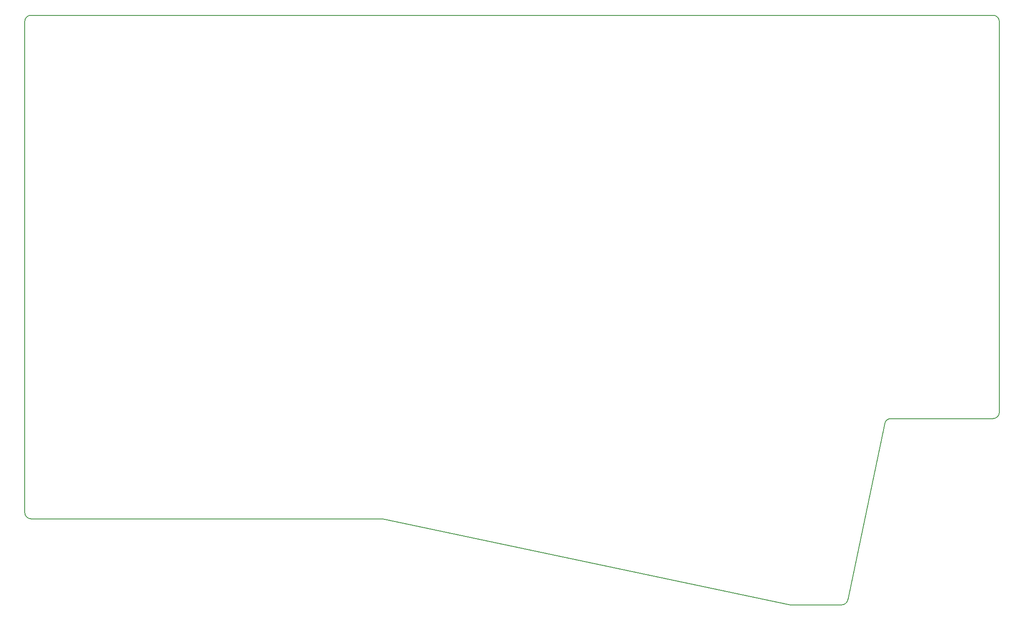
<source format=gm1>
G04 #@! TF.GenerationSoftware,KiCad,Pcbnew,(5.1.6)-1*
G04 #@! TF.CreationDate,2020-07-24T14:43:52-07:00*
G04 #@! TF.ProjectId,Alipt-Keyboard-Left,416c6970-742d-44b6-9579-626f6172642d,rev?*
G04 #@! TF.SameCoordinates,Original*
G04 #@! TF.FileFunction,Profile,NP*
%FSLAX46Y46*%
G04 Gerber Fmt 4.6, Leading zero omitted, Abs format (unit mm)*
G04 Created by KiCad (PCBNEW (5.1.6)-1) date 2020-07-24 14:43:52*
%MOMM*%
%LPD*%
G01*
G04 APERTURE LIST*
G04 #@! TA.AperFunction,Profile*
%ADD10C,0.150000*%
G04 #@! TD*
G04 APERTURE END LIST*
D10*
X35560000Y-145288000D02*
G75*
G02*
X34290000Y-144018000I0J1270000D01*
G01*
X208488264Y-126017018D02*
G75*
G02*
X209803999Y-124968001I1252236J-220982D01*
G01*
X201026605Y-161671174D02*
G75*
G02*
X199771000Y-162750500I-1255605J190674D01*
G01*
X231711500Y-123698000D02*
G75*
G02*
X230441500Y-124968000I-1270000J0D01*
G01*
X230441500Y-43180000D02*
G75*
G02*
X231711500Y-44450000I0J-1270000D01*
G01*
X34290000Y-44450000D02*
G75*
G02*
X35560000Y-43180000I1270000J0D01*
G01*
X231711500Y-123698000D02*
X231711500Y-44450000D01*
X34290000Y-44450000D02*
X34290000Y-144018000D01*
X230441500Y-43180000D02*
X35560000Y-43180000D01*
X209804000Y-124968000D02*
X230441500Y-124968000D01*
X201026605Y-161671174D02*
X208488263Y-126017018D01*
X106870500Y-145288000D02*
X35560000Y-145288000D01*
X106870500Y-145288000D02*
X189357000Y-162750500D01*
X189357000Y-162750500D02*
X199771000Y-162750500D01*
M02*

</source>
